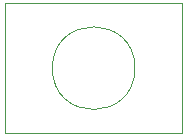
<source format=gbr>
%TF.GenerationSoftware,KiCad,Pcbnew,7.0.7*%
%TF.CreationDate,2024-02-08T19:43:35+01:00*%
%TF.ProjectId,Mk1_pickup,4d6b315f-7069-4636-9b75-702e6b696361,rev?*%
%TF.SameCoordinates,Original*%
%TF.FileFunction,Profile,NP*%
%FSLAX46Y46*%
G04 Gerber Fmt 4.6, Leading zero omitted, Abs format (unit mm)*
G04 Created by KiCad (PCBNEW 7.0.7) date 2024-02-08 19:43:35*
%MOMM*%
%LPD*%
G01*
G04 APERTURE LIST*
%TA.AperFunction,Profile*%
%ADD10C,0.100000*%
%TD*%
G04 APERTURE END LIST*
D10*
X136000000Y-84500000D02*
G75*
G03*
X136000000Y-84500000I-3500000J0D01*
G01*
X125000000Y-79000000D02*
X140000000Y-79000000D01*
X140000000Y-90000000D01*
X125000000Y-90000000D01*
X125000000Y-79000000D01*
M02*

</source>
